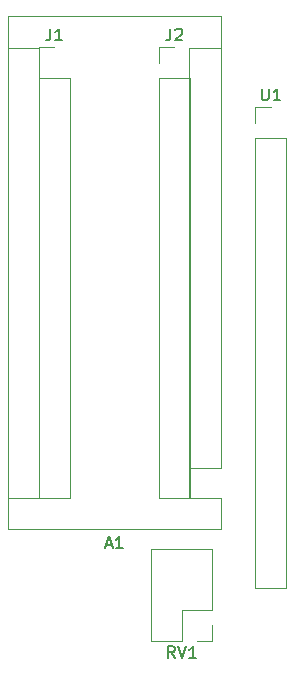
<source format=gbr>
%TF.GenerationSoftware,KiCad,Pcbnew,(5.1.6)-1*%
%TF.CreationDate,2022-01-07T17:36:53-04:00*%
%TF.ProjectId,LCD_adapter,4c43445f-6164-4617-9074-65722e6b6963,rev?*%
%TF.SameCoordinates,Original*%
%TF.FileFunction,Legend,Top*%
%TF.FilePolarity,Positive*%
%FSLAX46Y46*%
G04 Gerber Fmt 4.6, Leading zero omitted, Abs format (unit mm)*
G04 Created by KiCad (PCBNEW (5.1.6)-1) date 2022-01-07 17:36:53*
%MOMM*%
%LPD*%
G01*
G04 APERTURE LIST*
%ADD10C,0.120000*%
%ADD11C,0.150000*%
G04 APERTURE END LIST*
D10*
%TO.C,J2*%
X162500000Y-63440000D02*
X163830000Y-63440000D01*
X162500000Y-64770000D02*
X162500000Y-63440000D01*
X162500000Y-66040000D02*
X165160000Y-66040000D01*
X165160000Y-66040000D02*
X165160000Y-101660000D01*
X162500000Y-66040000D02*
X162500000Y-101660000D01*
X162500000Y-101660000D02*
X165160000Y-101660000D01*
%TO.C,J1*%
X152340000Y-63440000D02*
X153670000Y-63440000D01*
X152340000Y-64770000D02*
X152340000Y-63440000D01*
X152340000Y-66040000D02*
X155000000Y-66040000D01*
X155000000Y-66040000D02*
X155000000Y-101660000D01*
X152340000Y-66040000D02*
X152340000Y-101660000D01*
X152340000Y-101660000D02*
X155000000Y-101660000D01*
%TO.C,A1*%
X165100000Y-99060000D02*
X165100000Y-101600000D01*
X165100000Y-101600000D02*
X167770000Y-101600000D01*
X167770000Y-99060000D02*
X167770000Y-60830000D01*
X167770000Y-104270000D02*
X167770000Y-101600000D01*
X152400000Y-101600000D02*
X149730000Y-101600000D01*
X152400000Y-101600000D02*
X152400000Y-63500000D01*
X152400000Y-63500000D02*
X149730000Y-63500000D01*
X165100000Y-99060000D02*
X167770000Y-99060000D01*
X165100000Y-99060000D02*
X165100000Y-63500000D01*
X165100000Y-63500000D02*
X167770000Y-63500000D01*
X167770000Y-60830000D02*
X149730000Y-60830000D01*
X149730000Y-60830000D02*
X149730000Y-104270000D01*
X149730000Y-104270000D02*
X167770000Y-104270000D01*
%TO.C,RV1*%
X167065000Y-105985000D02*
X161865000Y-105985000D01*
X167065000Y-111125000D02*
X167065000Y-105985000D01*
X161865000Y-113725000D02*
X161865000Y-105985000D01*
X167065000Y-111125000D02*
X164465000Y-111125000D01*
X164465000Y-111125000D02*
X164465000Y-113725000D01*
X164465000Y-113725000D02*
X161865000Y-113725000D01*
X167065000Y-112395000D02*
X167065000Y-113725000D01*
X167065000Y-113725000D02*
X165735000Y-113725000D01*
%TO.C,U1*%
X170670000Y-109280000D02*
X173330000Y-109280000D01*
X170670000Y-71120000D02*
X170670000Y-109280000D01*
X173330000Y-71120000D02*
X173330000Y-109280000D01*
X170670000Y-71120000D02*
X173330000Y-71120000D01*
X170670000Y-69850000D02*
X170670000Y-68520000D01*
X170670000Y-68520000D02*
X172000000Y-68520000D01*
%TO.C,J2*%
D11*
X163496666Y-61892380D02*
X163496666Y-62606666D01*
X163449047Y-62749523D01*
X163353809Y-62844761D01*
X163210952Y-62892380D01*
X163115714Y-62892380D01*
X163925238Y-61987619D02*
X163972857Y-61940000D01*
X164068095Y-61892380D01*
X164306190Y-61892380D01*
X164401428Y-61940000D01*
X164449047Y-61987619D01*
X164496666Y-62082857D01*
X164496666Y-62178095D01*
X164449047Y-62320952D01*
X163877619Y-62892380D01*
X164496666Y-62892380D01*
%TO.C,J1*%
X153336666Y-61892380D02*
X153336666Y-62606666D01*
X153289047Y-62749523D01*
X153193809Y-62844761D01*
X153050952Y-62892380D01*
X152955714Y-62892380D01*
X154336666Y-62892380D02*
X153765238Y-62892380D01*
X154050952Y-62892380D02*
X154050952Y-61892380D01*
X153955714Y-62035238D01*
X153860476Y-62130476D01*
X153765238Y-62178095D01*
%TO.C,A1*%
X158035714Y-105576666D02*
X158511904Y-105576666D01*
X157940476Y-105862380D02*
X158273809Y-104862380D01*
X158607142Y-105862380D01*
X159464285Y-105862380D02*
X158892857Y-105862380D01*
X159178571Y-105862380D02*
X159178571Y-104862380D01*
X159083333Y-105005238D01*
X158988095Y-105100476D01*
X158892857Y-105148095D01*
%TO.C,RV1*%
X163869761Y-115177380D02*
X163536428Y-114701190D01*
X163298333Y-115177380D02*
X163298333Y-114177380D01*
X163679285Y-114177380D01*
X163774523Y-114225000D01*
X163822142Y-114272619D01*
X163869761Y-114367857D01*
X163869761Y-114510714D01*
X163822142Y-114605952D01*
X163774523Y-114653571D01*
X163679285Y-114701190D01*
X163298333Y-114701190D01*
X164155476Y-114177380D02*
X164488809Y-115177380D01*
X164822142Y-114177380D01*
X165679285Y-115177380D02*
X165107857Y-115177380D01*
X165393571Y-115177380D02*
X165393571Y-114177380D01*
X165298333Y-114320238D01*
X165203095Y-114415476D01*
X165107857Y-114463095D01*
%TO.C,U1*%
X171238095Y-66972380D02*
X171238095Y-67781904D01*
X171285714Y-67877142D01*
X171333333Y-67924761D01*
X171428571Y-67972380D01*
X171619047Y-67972380D01*
X171714285Y-67924761D01*
X171761904Y-67877142D01*
X171809523Y-67781904D01*
X171809523Y-66972380D01*
X172809523Y-67972380D02*
X172238095Y-67972380D01*
X172523809Y-67972380D02*
X172523809Y-66972380D01*
X172428571Y-67115238D01*
X172333333Y-67210476D01*
X172238095Y-67258095D01*
%TD*%
M02*

</source>
